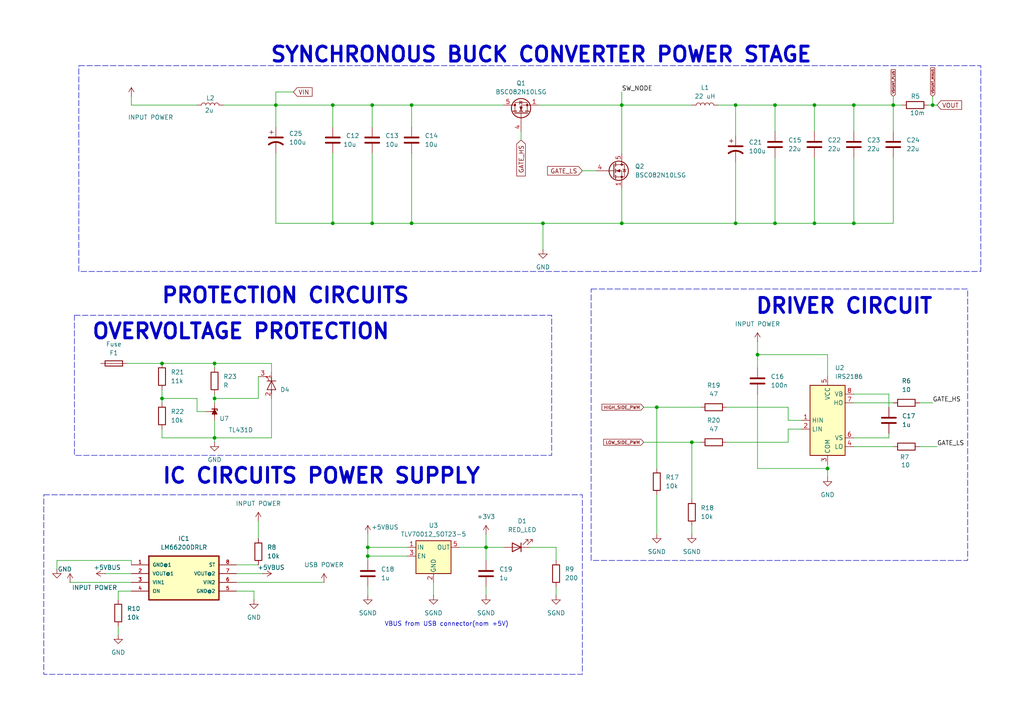
<source format=kicad_sch>
(kicad_sch (version 20250114) (generator "eeschema") (generator_version "9.0")
  (paper "A4")
  (title_block (title "Power Stage Section") (date "2025-12-31"))
  (lib_symbols
    (symbol "Device:C" (pin_numbers (hide yes)) (pin_names (offset 0.254))
      (property "Reference" "C" (at 0.635 2.54 0))
      (property "Value" "C" (at 0.635 -2.54 0))
      (symbol "C_0_1"
        (polyline (pts (xy -2.032 0.762) (xy 2.032 0.762)) (stroke (width 0.508)))
        (polyline (pts (xy -2.032 -0.762) (xy 2.032 -0.762)) (stroke (width 0.508)))
      )
      (symbol "C_1_1"
        (pin passive line (at 0 3.81 270) (length 2.794) (name "~") (number "1"))
        (pin passive line (at 0 -3.81 90) (length 2.794) (name "~") (number "2"))
      )
    )
    (symbol "Device:C_Polarized_US" (pin_numbers (hide yes)) (pin_names (offset 0.254) (hide yes))
      (property "Reference" "C" (at 0.635 2.54 0))
      (property "Value" "C_Polarized_US" (at 0.635 -2.54 0))
      (symbol "C_Polarized_US_0_1"
        (polyline (pts (xy -2.032 0.762) (xy 2.032 0.762)) (stroke (width 0.508)))
        (polyline (pts (xy -1.778 2.286) (xy -0.762 2.286)))
        (polyline (pts (xy -1.27 1.778) (xy -1.27 2.794)))
        (arc (start -2.032 -1.27) (mid 0 -0.5572) (end 2.032 -1.27) (stroke (width 0.508)))
      )
      (symbol "C_Polarized_US_1_1"
        (pin passive line (at 0 3.81 270) (length 2.794) (name "~") (number "1"))
        (pin passive line (at 0 -3.81 90) (length 3.302) (name "~") (number "2"))
      )
    )
    (symbol "Device:Fuse" (pin_numbers (hide yes)) (pin_names (offset 0))
      (property "Reference" "F" (at 2.032 0 90))
      (property "Value" "Fuse" (at -1.905 0 90))
      (symbol "Fuse_0_1"
        (rectangle (start -0.762 -2.54) (end 0.762 2.54) (stroke (width 0.254)))
        (polyline (pts (xy 0 2.54) (xy 0 -2.54)))
      )
      (symbol "Fuse_1_1"
        (pin passive line (at 0 3.81 270) (length 1.27) (name "~") (number "1"))
        (pin passive line (at 0 -3.81 90) (length 1.27) (name "~") (number "2"))
      )
    )
    (symbol "Device:L" (pin_numbers (hide yes)) (pin_names (offset 1.016) (hide yes))
      (property "Reference" "L" (at -1.27 0 90))
      (property "Value" "L" (at 1.905 0 90))
      (symbol "L_0_1"
        (arc (start 0 2.54) (mid 0.6323 1.905) (end 0 1.27))
        (arc (start 0 1.27) (mid 0.6323 0.635) (end 0 0))
        (arc (start 0 0) (mid 0.6323 -0.635) (end 0 -1.27))
        (arc (start 0 -1.27) (mid 0.6323 -1.905) (end 0 -2.54))
      )
      (symbol "L_1_1"
        (pin passive line (at 0 3.81 270) (length 1.27) (name "1") (number "1"))
        (pin passive line (at 0 -3.81 90) (length 1.27) (name "2") (number "2"))
      )
    )
    (symbol "Device:LED" (pin_numbers (hide yes)) (pin_names (offset 1.016) (hide yes))
      (property "Reference" "D" (at 0 2.54 0))
      (property "Value" "LED" (at 0 -2.54 0))
      (symbol "LED_0_1"
        (polyline (pts (xy -3.048 -0.762) (xy -4.572 -2.286) (xy -3.81 -2.286) (xy -4.572 -2.286) (xy -4.572 -1.524)))
        (polyline (pts (xy -1.778 -0.762) (xy -3.302 -2.286) (xy -2.54 -2.286) (xy -3.302 -2.286) (xy -3.302 -1.524)))
        (polyline (pts (xy -1.27 0) (xy 1.27 0)))
        (polyline (pts (xy -1.27 -1.27) (xy -1.27 1.27)) (stroke (width 0.254)))
        (polyline (pts (xy 1.27 -1.27) (xy 1.27 1.27) (xy -1.27 0) (xy 1.27 -1.27)) (stroke (width 0.254)))
      )
      (symbol "LED_1_1"
        (pin passive line (at -3.81 0 0) (length 2.54) (name "K") (number "1"))
        (pin passive line (at 3.81 0 180) (length 2.54) (name "A") (number "2"))
      )
    )
    (symbol "Device:Q_SCR_KAG" (pin_names (offset 0) (hide yes))
      (property "Reference" "D" (at 1.905 0.635 0))
      (property "Value" "Q_SCR_KAG" (at 1.905 -1.27 0))
      (symbol "Q_SCR_KAG_0_1"
        (polyline (pts (xy -1.27 1.27) (xy 1.27 1.27) (xy 0 -1.27) (xy -1.27 1.27)) (stroke (width 0.2032)))
        (polyline (pts (xy -1.27 -1.27) (xy 1.27 -1.27)) (stroke (width 0.2032)))
        (polyline (pts (xy -1.27 -2.54) (xy -0.635 -1.27)))
        (polyline (pts (xy 0 -2.54) (xy 0 2.54)))
      )
      (symbol "Q_SCR_KAG_1_1"
        (pin input line (at -3.81 -2.54 0) (length 2.54) (name "G") (number "3"))
        (pin passive line (at 0 3.81 270) (length 2.54) (name "A") (number "2"))
        (pin passive line (at 0 -3.81 90) (length 2.54) (name "K") (number "1"))
      )
    )
    (symbol "Device:R" (pin_numbers (hide yes)) (pin_names (offset 0))
      (property "Reference" "R" (at 2.032 0 90))
      (property "Value" "R" (at 0 0 90))
      (symbol "R_0_1"
        (rectangle (start -1.016 -2.54) (end 1.016 2.54) (stroke (width 0.254)))
      )
      (symbol "R_1_1"
        (pin passive line (at 0 3.81 270) (length 1.27) (name "~") (number "1"))
        (pin passive line (at 0 -3.81 90) (length 1.27) (name "~") (number "2"))
      )
    )
    (symbol "Driver_FET:IRS2186"
      (property "Reference" "U" (at 1.27 13.335 0))
      (property "Value" "IRS2186" (at 1.27 11.43 0))
      (symbol "IRS2186_0_1"
        (rectangle (start -5.08 -10.16) (end 5.08 10.16) (stroke (width 0.254)) (fill (type background)))
      )
      (symbol "IRS2186_1_1"
        (pin input line (at -7.62 0 0) (length 2.54) (name "HIN") (number "1"))
        (pin input line (at -7.62 -2.54 0) (length 2.54) (name "LIN") (number "2"))
        (pin power_in line (at 0 12.7 270) (length 2.54) (name "VCC") (number "5"))
        (pin power_in line (at 0 -12.7 90) (length 2.54) (name "COM") (number "3"))
        (pin passive line (at 7.62 7.62 180) (length 2.54) (name "VB") (number "8"))
        (pin output line (at 7.62 5.08 180) (length 2.54) (name "HO") (number "7"))
        (pin passive line (at 7.62 -5.08 180) (length 2.54) (name "VS") (number "6"))
        (pin output line (at 7.62 -7.62 180) (length 2.54) (name "LO") (number "4"))
      )
    )
    (symbol "LM66200DRLR:LM66200DRLR" (pin_names (offset 1.016))
      (property "Reference" "IC" (at -10.16 8.255 0))
      (property "Value" "LM66200DRLR" (at -10.16 -7.62 0))
      (symbol "LM66200DRLR_0_0"
        (rectangle (start -10.16 -5.08) (end 10.16 7.62) (stroke (width 0.4064)) (fill (type background)))
        (pin passive line (at -15.24 5.08 0) (length 5.08) (name "GND@1") (number "1"))
        (pin passive line (at -15.24 2.54 0) (length 5.08) (name "VOUT@1") (number "2"))
        (pin passive line (at -15.24 0 0) (length 5.08) (name "VIN1") (number "3"))
        (pin passive line (at -15.24 -2.54 0) (length 5.08) (name "ON") (number "4"))
        (pin passive line (at 15.24 5.08 180) (length 5.08) (name "ST") (number "8"))
        (pin passive line (at 15.24 2.54 180) (length 5.08) (name "VOUT@2") (number "7"))
        (pin passive line (at 15.24 0 180) (length 5.08) (name "VIN2") (number "6"))
        (pin passive line (at 15.24 -2.54 180) (length 5.08) (name "GND@2") (number "5"))
      )
    )
    (symbol "Reference_Voltage:TL431D" (pin_numbers (hide yes)) (pin_names (hide yes))
      (property "Reference" "U" (at 0 -2.54 0))
      (property "Value" "TL431D" (at 0 -4.445 0))
      (symbol "TL431D_0_1"
        (polyline (pts (xy -1.27 0) (xy 0 0) (xy 1.27 0)))
        (polyline (pts (xy -0.762 -0.762) (xy -0.762 0.762) (xy -0.762 0.762) (xy 0.762 0) (xy -0.762 -0.762)) (fill (type outline)))
        (polyline (pts (xy 0.254 -0.762) (xy 0.762 -0.762) (xy 0.762 0.762) (xy 0.762 0.762)) (stroke (width 0.254)))
      )
      (symbol "TL431D_1_1"
        (polyline (pts (xy 0 1.27) (xy 0 0)))
        (pin passive line (at -2.54 0 0) (length 2.54) (name "A") (number "2"))
        (pin passive line (at -2.54 0 0) (length 2.54) (hide yes) (name "A") (number "3"))
        (pin passive line (at -2.54 0 0) (length 2.54) (hide yes) (name "A") (number "6"))
        (pin passive line (at -2.54 0 0) (length 2.54) (hide yes) (name "A") (number "7"))
        (pin passive line (at 0 2.54 270) (length 2.54) (name "REF") (number "8"))
        (pin passive line (at 2.54 0 180) (length 2.54) (name "K") (number "1"))
      )
    )
    (symbol "Regulator_Linear:TLV70012_SOT23-5" (pin_names (offset 0.254))
      (property "Reference" "U" (at -3.81 5.715 0))
      (property "Value" "TLV70012_SOT23-5" (at 0 5.715 0))
      (symbol "TLV70012_SOT23-5_0_1"
        (rectangle (start -5.08 4.445) (end 5.08 -5.08) (stroke (width 0.254)) (fill (type background)))
      )
      (symbol "TLV70012_SOT23-5_1_1"
        (pin power_in line (at -7.62 2.54 0) (length 2.54) (name "IN") (number "1"))
        (pin input line (at -7.62 0 0) (length 2.54) (name "EN") (number "3"))
        (pin power_in line (at 0 -7.62 90) (length 2.54) (name "GND") (number "2"))
        (pin no_connect line (at 5.08 0 180) (length 2.54) (hide yes) (name "NC") (number "4"))
        (pin power_out line (at 7.62 2.54 180) (length 2.54) (name "OUT") (number "5"))
      )
    )
    (symbol "Transistor_FET:BSC082N10LSG" (pin_names (hide yes))
      (property "Reference" "Q" (at 5.08 1.905 0))
      (property "Value" "BSC082N10LSG" (at 5.08 0 0))
      (symbol "BSC082N10LSG_0_1"
        (polyline (pts (xy 0.254 1.905) (xy 0.254 -1.905)) (stroke (width 0.254)))
        (polyline (pts (xy 0.254 0) (xy -2.54 0)))
        (polyline (pts (xy 0.762 2.286) (xy 0.762 1.27)) (stroke (width 0.254)))
        (polyline (pts (xy 0.762 0.508) (xy 0.762 -0.508)) (stroke (width 0.254)))
        (polyline (pts (xy 0.762 -1.27) (xy 0.762 -2.286)) (stroke (width 0.254)))
        (polyline (pts (xy 0.762 -1.778) (xy 3.302 -1.778) (xy 3.302 1.778) (xy 0.762 1.778)))
        (polyline (pts (xy 1.016 0) (xy 2.032 0.381) (xy 2.032 -0.381) (xy 1.016 0)) (fill (type outline)))
        (circle (center 1.651 0) (radius 2.794) (stroke (width 0.254)))
        (polyline (pts (xy 2.54 2.54) (xy 2.54 1.778)))
        (circle (center 2.54 1.778) (radius 0.254) (fill (type outline)))
        (circle (center 2.54 -1.778) (radius 0.254) (fill (type outline)))
        (polyline (pts (xy 2.54 -2.54) (xy 2.54 0) (xy 0.762 0)))
        (polyline (pts (xy 2.794 0.508) (xy 2.921 0.381) (xy 3.683 0.381) (xy 3.81 0.254)))
        (polyline (pts (xy 3.302 0.381) (xy 2.921 -0.254) (xy 3.683 -0.254) (xy 3.302 0.381)))
      )
      (symbol "BSC082N10LSG_1_1"
        (pin passive line (at -5.08 0 0) (length 2.54) (name "G") (number "4"))
        (pin passive line (at 2.54 5.08 270) (length 2.54) (name "D") (number "5"))
        (pin passive line (at 2.54 -5.08 90) (length 2.54) (name "S") (number "1"))
        (pin passive line (at 2.54 -5.08 90) (length 2.54) (hide yes) (name "S") (number "2"))
        (pin passive line (at 2.54 -5.08 90) (length 2.54) (hide yes) (name "S") (number "3"))
      )
    )
    (symbol "power:+12V" (power) (pin_numbers (hide yes)) (pin_names (offset 0) (hide yes))
      (property "Value" "+12V" (at 0 3.556 0))
      (symbol "+12V_0_1"
        (polyline (pts (xy -0.762 1.27) (xy 0 2.54)))
        (polyline (pts (xy 0 2.54) (xy 0.762 1.27)))
        (polyline (pts (xy 0 0) (xy 0 2.54)))
      )
      (symbol "+12V_1_1"
        (pin power_in line (at 0 0 90) (length 0) (name "~") (number "1"))
      )
    )
    (symbol "power:+3V3" (power) (pin_numbers (hide yes)) (pin_names (offset 0) (hide yes))
      (property "Value" "+3V3" (at 0 3.556 0))
      (symbol "+3V3_0_1"
        (polyline (pts (xy -0.762 1.27) (xy 0 2.54)))
        (polyline (pts (xy 0 2.54) (xy 0.762 1.27)))
        (polyline (pts (xy 0 0) (xy 0 2.54)))
      )
      (symbol "+3V3_1_1"
        (pin power_in line (at 0 0 90) (length 0) (name "~") (number "1"))
      )
    )
    (symbol "power:+5V" (power) (pin_numbers (hide yes)) (pin_names (offset 0) (hide yes))
      (property "Value" "+5V" (at 0 3.556 0))
      (symbol "+5V_0_1"
        (polyline (pts (xy -0.762 1.27) (xy 0 2.54)))
        (polyline (pts (xy 0 2.54) (xy 0.762 1.27)))
        (polyline (pts (xy 0 0) (xy 0 2.54)))
      )
      (symbol "+5V_1_1"
        (pin power_in line (at 0 0 90) (length 0) (name "~") (number "1"))
      )
    )
    (symbol "power:GND" (power) (pin_numbers (hide yes)) (pin_names (offset 0) (hide yes))
      (property "Value" "GND" (at 0 -3.81 0))
      (symbol "GND_0_1"
        (polyline (pts (xy 0 0) (xy 0 -1.27) (xy 1.27 -1.27) (xy 0 -2.54) (xy -1.27 -1.27) (xy 0 -1.27)))
      )
      (symbol "GND_1_1"
        (pin power_in line (at 0 0 270) (length 0) (name "~") (number "1"))
      )
    )
  )
  (rectangle (start 171.45 83.82) (end 280.67 162.56) (stroke (width 0) (type dash)))
  (rectangle (start 21.59 91.44) (end 160.02 132.08) (stroke (width 0) (type dash)))
  (rectangle (start 12.7 143.51) (end 168.91 195.58) (stroke (width 0) (type dash)))
  (rectangle (start 22.86 19.05) (end 284.48 78.74) (stroke (width 0) (type dash)))
  (text "OVERVOLTAGE PROTECTION\n" (at 69.85 96.266 0) (effects (font (size 4.318 4.318) (thickness 0.8636) (bold yes))))
  (text "IC CIRCUITS POWER SUPPLY\n" (at 93.218 138.176 0) (effects (font (size 4.318 4.318) (thickness 0.8636) (bold yes))))
  (text "DRIVER CIRCUIT\n" (at 244.856 88.9 0) (effects (font (size 4.318 4.318) (thickness 0.8636) (bold yes))))
  (text "VBUS from USB connector(nom +5V)\n\n" (at 129.54 182.118 0) (effects (font (size 1.27 1.27))))
  (text "SYNCHRONOUS BUCK CONVERTER POWER STAGE" (at 156.972 16.002 0) (effects (font (size 4.318 4.318) (thickness 0.8636) (bold yes))))
  (text "PROTECTION CIRCUITS\n" (at 82.804 85.852 0) (effects (font (size 4.318 4.318) (thickness 0.8636) (bold yes))))
  (junction (at 224.79 64.77))
  (junction (at 180.34 30.48))
  (junction (at 96.52 64.77))
  (junction (at 119.38 64.77))
  (junction (at 247.65 64.77))
  (junction (at 213.36 30.48))
  (junction (at 219.71 102.87))
  (junction (at 46.99 115.57))
  (junction (at 190.5 118.11))
  (junction (at 270.51 30.48))
  (junction (at 107.95 64.77))
  (junction (at 107.95 30.48))
  (junction (at 140.97 158.75))
  (junction (at 46.99 105.41))
  (junction (at 96.52 30.48))
  (junction (at 62.23 127))
  (junction (at 157.48 64.77))
  (junction (at 80.01 30.48))
  (junction (at 224.79 30.48))
  (junction (at 247.65 30.48))
  (junction (at 62.23 115.57))
  (junction (at 62.23 105.41))
  (junction (at 236.22 64.77))
  (junction (at 236.22 30.48))
  (junction (at 106.68 161.29))
  (junction (at 240.03 135.89))
  (junction (at 180.34 64.77))
  (junction (at 106.68 158.75))
  (junction (at 119.38 30.48))
  (junction (at 259.08 30.48))
  (junction (at 200.66 128.27))
  (junction (at 213.36 64.77))
  (wire (pts (xy 228.6 124.46) (xy 232.41 124.46)))
  (wire (pts (xy 96.52 64.77) (xy 107.95 64.77)))
  (wire (pts (xy 213.36 46.99) (xy 213.36 64.77)))
  (wire (pts (xy 247.65 30.48) (xy 259.08 30.48)))
  (wire (pts (xy 46.99 113.03) (xy 46.99 115.57)))
  (wire (pts (xy 68.58 163.83) (xy 74.93 163.83)))
  (wire (pts (xy 266.7 116.84) (xy 270.51 116.84)))
  (wire (pts (xy 62.23 115.57) (xy 62.23 116.84)))
  (wire (pts (xy 68.58 168.91) (xy 93.98 168.91)))
  (wire (pts (xy 140.97 158.75) (xy 140.97 162.56)))
  (wire (pts (xy 157.48 64.77) (xy 157.48 72.39)))
  (wire (pts (xy 107.95 64.77) (xy 119.38 64.77)))
  (wire (pts (xy 107.95 36.83) (xy 107.95 30.48)))
  (wire (pts (xy 34.29 171.45) (xy 34.29 173.99)))
  (wire (pts (xy 247.65 129.54) (xy 259.08 129.54)))
  (wire (pts (xy 107.95 44.45) (xy 107.95 64.77)))
  (wire (pts (xy 219.71 135.89) (xy 240.03 135.89)))
  (wire (pts (xy 106.68 161.29) (xy 106.68 162.56)))
  (wire (pts (xy 68.58 171.45) (xy 73.66 171.45)))
  (wire (pts (xy 266.7 129.54) (xy 271.78 129.54)))
  (wire (pts (xy 259.08 64.77) (xy 247.65 64.77)))
  (wire (pts (xy 213.36 64.77) (xy 224.79 64.77)))
  (wire (pts (xy 219.71 99.06) (xy 219.71 102.87)))
  (wire (pts (xy 228.6 128.27) (xy 228.6 124.46)))
  (wire (pts (xy 270.51 30.48) (xy 271.78 30.48)))
  (wire (pts (xy 140.97 154.94) (xy 140.97 158.75)))
  (wire (pts (xy 68.58 166.37) (xy 76.2 166.37)))
  (wire (pts (xy 259.08 30.48) (xy 259.08 38.1)))
  (wire (pts (xy 96.52 44.45) (xy 96.52 64.77)))
  (wire (pts (xy 224.79 30.48) (xy 224.79 38.1)))
  (wire (pts (xy 119.38 44.45) (xy 119.38 64.77)))
  (wire (pts (xy 247.65 64.77) (xy 236.22 64.77)))
  (wire (pts (xy 228.6 121.92) (xy 232.41 121.92)))
  (wire (pts (xy 247.65 127) (xy 257.81 127)))
  (wire (pts (xy 180.34 54.61) (xy 180.34 64.77)))
  (wire (pts (xy 213.36 30.48) (xy 213.36 39.37)))
  (wire (pts (xy 219.71 114.3) (xy 219.71 135.89)))
  (wire (pts (xy 210.82 118.11) (xy 228.6 118.11)))
  (wire (pts (xy 16.51 162.56) (xy 38.1 162.56)))
  (wire (pts (xy 62.23 121.92) (xy 62.23 127)))
  (wire (pts (xy 210.82 128.27) (xy 228.6 128.27)))
  (wire (pts (xy 125.73 168.91) (xy 125.73 172.72)))
  (wire (pts (xy 16.51 162.56) (xy 16.51 165.1)))
  (wire (pts (xy 259.08 30.48) (xy 261.62 30.48)))
  (wire (pts (xy 224.79 45.72) (xy 224.79 64.77)))
  (wire (pts (xy 118.11 161.29) (xy 106.68 161.29)))
  (wire (pts (xy 46.99 124.46) (xy 46.99 127)))
  (wire (pts (xy 180.34 64.77) (xy 213.36 64.77)))
  (wire (pts (xy 46.99 115.57) (xy 46.99 116.84)))
  (wire (pts (xy 200.66 128.27) (xy 200.66 144.78)))
  (wire (pts (xy 74.93 109.22) (xy 74.93 115.57)))
  (wire (pts (xy 236.22 45.72) (xy 236.22 64.77)))
  (wire (pts (xy 80.01 26.67) (xy 80.01 30.48)))
  (wire (pts (xy 208.28 30.48) (xy 213.36 30.48)))
  (wire (pts (xy 213.36 30.48) (xy 224.79 30.48)))
  (wire (pts (xy 46.99 105.41) (xy 62.23 105.41)))
  (wire (pts (xy 38.1 30.48) (xy 57.15 30.48)))
  (wire (pts (xy 20.32 168.91) (xy 38.1 168.91)))
  (wire (pts (xy 140.97 170.18) (xy 140.97 172.72)))
  (wire (pts (xy 200.66 128.27) (xy 203.2 128.27)))
  (wire (pts (xy 96.52 36.83) (xy 96.52 30.48)))
  (wire (pts (xy 257.81 114.3) (xy 257.81 118.11)))
  (wire (pts (xy 224.79 30.48) (xy 236.22 30.48)))
  (wire (pts (xy 257.81 125.73) (xy 257.81 127)))
  (wire (pts (xy 240.03 135.89) (xy 240.03 138.43)))
  (wire (pts (xy 73.66 171.45) (xy 73.66 173.99)))
  (wire (pts (xy 118.11 158.75) (xy 106.68 158.75)))
  (wire (pts (xy 62.23 127) (xy 62.23 128.27)))
  (wire (pts (xy 186.69 128.27) (xy 200.66 128.27)))
  (wire (pts (xy 240.03 134.62) (xy 240.03 135.89)))
  (wire (pts (xy 38.1 162.56) (xy 38.1 163.83)))
  (wire (pts (xy 119.38 30.48) (xy 119.38 36.83)))
  (wire (pts (xy 62.23 105.41) (xy 78.74 105.41)))
  (wire (pts (xy 180.34 30.48) (xy 180.34 44.45)))
  (wire (pts (xy 146.05 30.48) (xy 119.38 30.48)))
  (wire (pts (xy 62.23 127) (xy 78.74 127)))
  (wire (pts (xy 190.5 118.11) (xy 190.5 135.89)))
  (wire (pts (xy 224.79 64.77) (xy 236.22 64.77)))
  (wire (pts (xy 157.48 64.77) (xy 180.34 64.77)))
  (wire (pts (xy 186.69 118.11) (xy 190.5 118.11)))
  (wire (pts (xy 153.67 158.75) (xy 161.29 158.75)))
  (wire (pts (xy 156.21 30.48) (xy 180.34 30.48)))
  (wire (pts (xy 168.91 49.53) (xy 172.72 49.53)))
  (wire (pts (xy 106.68 170.18) (xy 106.68 172.72)))
  (wire (pts (xy 269.24 30.48) (xy 270.51 30.48)))
  (wire (pts (xy 80.01 44.45) (xy 80.01 64.77)))
  (wire (pts (xy 219.71 102.87) (xy 240.03 102.87)))
  (wire (pts (xy 161.29 170.18) (xy 161.29 172.72)))
  (wire (pts (xy 30.48 166.37) (xy 38.1 166.37)))
  (wire (pts (xy 62.23 114.3) (xy 62.23 115.57)))
  (wire (pts (xy 80.01 30.48) (xy 80.01 36.83)))
  (wire (pts (xy 228.6 118.11) (xy 228.6 121.92)))
  (wire (pts (xy 46.99 127) (xy 62.23 127)))
  (wire (pts (xy 74.93 151.13) (xy 74.93 156.21)))
  (wire (pts (xy 106.68 154.94) (xy 106.68 158.75)))
  (wire (pts (xy 36.83 105.41) (xy 46.99 105.41)))
  (wire (pts (xy 64.77 30.48) (xy 80.01 30.48)))
  (wire (pts (xy 236.22 30.48) (xy 236.22 38.1)))
  (wire (pts (xy 78.74 127) (xy 78.74 115.57)))
  (wire (pts (xy 80.01 64.77) (xy 96.52 64.77)))
  (wire (pts (xy 140.97 158.75) (xy 146.05 158.75)))
  (wire (pts (xy 57.15 119.38) (xy 59.69 119.38)))
  (wire (pts (xy 46.99 115.57) (xy 57.15 115.57)))
  (wire (pts (xy 38.1 27.94) (xy 38.1 30.48)))
  (wire (pts (xy 200.66 152.4) (xy 200.66 154.94)))
  (wire (pts (xy 161.29 158.75) (xy 161.29 162.56)))
  (wire (pts (xy 190.5 118.11) (xy 203.2 118.11)))
  (wire (pts (xy 219.71 102.87) (xy 219.71 106.68)))
  (wire (pts (xy 180.34 26.67) (xy 180.34 30.48)))
  (wire (pts (xy 107.95 30.48) (xy 119.38 30.48)))
  (wire (pts (xy 259.08 27.94) (xy 259.08 30.48)))
  (wire (pts (xy 247.65 116.84) (xy 259.08 116.84)))
  (wire (pts (xy 151.13 38.1) (xy 151.13 40.64)))
  (wire (pts (xy 119.38 64.77) (xy 157.48 64.77)))
  (wire (pts (xy 270.51 27.94) (xy 270.51 30.48)))
  (wire (pts (xy 247.65 45.72) (xy 247.65 64.77)))
  (wire (pts (xy 96.52 30.48) (xy 80.01 30.48)))
  (wire (pts (xy 247.65 114.3) (xy 257.81 114.3)))
  (wire (pts (xy 247.65 30.48) (xy 247.65 38.1)))
  (wire (pts (xy 96.52 30.48) (xy 107.95 30.48)))
  (wire (pts (xy 106.68 158.75) (xy 106.68 161.29)))
  (wire (pts (xy 200.66 30.48) (xy 180.34 30.48)))
  (wire (pts (xy 78.74 105.41) (xy 78.74 107.95)))
  (wire (pts (xy 236.22 30.48) (xy 247.65 30.48)))
  (wire (pts (xy 259.08 45.72) (xy 259.08 64.77)))
  (wire (pts (xy 240.03 102.87) (xy 240.03 109.22)))
  (wire (pts (xy 190.5 143.51) (xy 190.5 154.94)))
  (wire (pts (xy 62.23 105.41) (xy 62.23 106.68)))
  (wire (pts (xy 74.93 115.57) (xy 62.23 115.57)))
  (wire (pts (xy 85.09 26.67) (xy 80.01 26.67)))
  (wire (pts (xy 57.15 115.57) (xy 57.15 119.38)))
  (wire (pts (xy 38.1 171.45) (xy 34.29 171.45)))
  (wire (pts (xy 34.29 181.61) (xy 34.29 184.15)))
  (wire (pts (xy 133.35 158.75) (xy 140.97 158.75)))
  (label "GATE_HS" (at 270.51 116.84 0))
  (label "SW_NODE" (at 180.34 26.67 0))
  (label "GATE_LS" (at 271.78 129.54 0))
  (global_label "VSHUNT_MINUS" (shape input) (at 270.51 27.94 90) (effects (font (size 0.635 0.635))) (property "Intersheetrefs" "${INTERSHEET_REFS}" (effects (hide yes))))
  (global_label "GATE_HS" (shape input) (at 151.13 40.64 270) (property "Intersheetrefs" "${INTERSHEET_REFS}" (effects (hide yes))))
  (global_label "LOW_SIDE_PWM" (shape input) (at 186.69 128.27 180) (effects (font (size 0.889 0.889))) (property "Intersheetrefs" "${INTERSHEET_REFS}" (effects (hide yes))))
  (global_label "VIN" (shape input) (at 85.09 26.67 0) (property "Intersheetrefs" "${INTERSHEET_REFS}" (effects (hide yes))))
  (global_label "GATE_LS" (shape input) (at 168.91 49.53 180) (property "Intersheetrefs" "${INTERSHEET_REFS}" (effects (hide yes))))
  (global_label "HIGH_SIDE_PWM" (shape input) (at 186.69 118.11 180) (effects (font (size 0.889 0.889))) (property "Intersheetrefs" "${INTERSHEET_REFS}" (effects (hide yes))))
  (global_label "VSHUNT_PLUS" (shape input) (at 259.08 27.94 90) (effects (font (size 0.635 0.635))) (property "Intersheetrefs" "${INTERSHEET_REFS}" (effects (hide yes))))
  (global_label "VOUT" (shape input) (at 271.78 30.48 0) (property "Intersheetrefs" "${INTERSHEET_REFS}" (effects (hide yes))))
  (symbol (lib_id "Device:C") (at 236.22 41.91 0) (unit 1)
    (property "Reference" "C22" (at 240.03 40.6399 0) (effects (justify left)))
    (property "Value" "22u" (at 240.03 43.1799 0) (effects (justify left)))
    (property "Footprint" "Capacitor_SMD:C_0603_1608Metric_Pad1.08x0.95mm_HandSolder" (effects (hide yes)))
    (property "Description" "Unpolarized capacitor" (effects (hide yes)))
    (property "Distributor Link" "https://www.digikey.es/en/products/detail/samsung-electro-mechanics/CL10A226MP8NUNE/3886932" (effects (hide yes)))
  )
  (symbol (lib_id "Transistor_FET:BSC082N10LSG") (at 151.13 33.02 90) (unit 1)
    (property "Reference" "Q1" (at 151.13 24.13 90))
    (property "Value" "BSC082N10LSG" (at 151.13 26.67 90))
    (property "Footprint" "Package_TO_SOT_SMD:TDSON-8-1" (effects (hide yes)))
    (property "Datasheet" "http://www.infineon.com/dgdl/Infineon-BSC082N10LS-DS-v01_07-en.pdf?fileId=db3a3043163797a6011647faad240719" (effects (hide yes)))
    (property "Description" "100A Id, 100V Vds, OptiMOS N-Channel Power MOSFET, 8.2mOhm Ron, Qg (typ) 78.0nC, PG-TDSON-8" (effects (hide yes)))
  )
  (symbol (lib_id "Device:R") (at 262.89 116.84 90) (unit 1)
    (property "Reference" "R6" (at 262.89 110.49 90))
    (property "Value" "10" (at 262.89 113.03 90))
    (property "Footprint" "Resistor_SMD:R_0805_2012Metric_Pad1.20x1.40mm_HandSolder" (effects (hide yes)))
    (property "Description" "Resistor" (effects (hide yes)))
    (property "Distributor link" "https://www.digikey.es/en/products/detail/panasonic-electronic-components/ERJ-6ENF10R0V/110893" (effects (hide yes)))
  )
  (symbol (lib_id "Device:C") (at 140.97 166.37 0) (unit 1)
    (property "Reference" "C19" (at 144.78 165.0999 0) (effects (justify left)))
    (property "Value" "1u" (at 144.78 167.6399 0) (effects (justify left)))
    (property "Footprint" "Capacitor_SMD:C_0603_1608Metric" (effects (hide yes)))
    (property "Description" "Unpolarized capacitor" (effects (hide yes)))
    (property "Distributor Link" "https://www.digikey.es/en/products/detail/kemet/C0603C105K4RACTU/2199788" (effects (hide yes)))
  )
  (symbol (lib_id "Device:C") (at 107.95 40.64 0) (unit 1)
    (property "Reference" "C13" (at 111.76 39.3699 0) (effects (justify left)))
    (property "Value" "10u" (at 111.76 41.9099 0) (effects (justify left)))
    (property "Footprint" "Capacitor_SMD:C_0603_1608Metric_Pad1.08x0.95mm_HandSolder" (effects (hide yes)))
    (property "Description" "Unpolarized capacitor" (effects (hide yes)))
    (property "Distributor Link" "https://www.digikey.es/en/products/detail/murata-electronics/GRM188R6YA106MA73D/5877411" (effects (hide yes)))
  )
  (symbol (lib_id "power:GND") (at 157.48 72.39 0) (unit 1)
    (property "Reference" "#PWR022" (effects (hide yes)))
    (property "Value" "GND" (at 157.48 77.47 0))
    (property "Description" "Power symbol creates a global label with name \"GND\" , ground" (effects (hide yes)))
  )
  (symbol (lib_id "Device:R") (at 46.99 120.65 0) (unit 1)
    (property "Reference" "R22" (at 49.53 119.3799 0) (effects (justify left)))
    (property "Value" "10k" (at 49.53 121.9199 0) (effects (justify left)))
    (property "Description" "Resistor" (effects (hide yes)))
    (property "Distributor Link" "https://www.digikey.es/es/products/detail/yageo/RC0603FR-0710KL/726880" (effects (hide yes)))
  )
  (symbol (lib_id "Device:R") (at 190.5 139.7 0) (unit 1)
    (property "Reference" "R17" (at 193.04 138.4299 0) (effects (justify left)))
    (property "Value" "10k" (at 193.04 140.9699 0) (effects (justify left)))
    (property "Footprint" "Resistor_SMD:R_0603_1608Metric_Pad0.98x0.95mm_HandSolder" (effects (hide yes)))
    (property "Description" "Resistor" (effects (hide yes)))
    (property "Distributor Link" "https://www.digikey.es/en/products/detail/yageo/RC0603FR-0710KL/726880" (effects (hide yes)))
  )
  (symbol (lib_id "Device:R") (at 207.01 118.11 90) (unit 1)
    (property "Reference" "R19" (at 207.01 111.76 90))
    (property "Value" "47" (at 207.01 114.3 90))
    (property "Footprint" "Resistor_SMD:R_0402_1005Metric_Pad0.72x0.64mm_HandSolder" (effects (hide yes)))
    (property "Description" "Resistor" (effects (hide yes)))
    (property "Distributor Link" "https://www.digikey.es/en/products/detail/panasonic-electronic-components/ERA-2AEB470X/1705973" (effects (hide yes)))
  )
  (symbol (lib_id "power:GND") (at 240.03 138.43 0) (unit 1)
    (property "Reference" "#PWR024" (effects (hide yes)))
    (property "Value" "GND" (at 240.03 143.51 0))
    (property "Description" "Power symbol creates a global label with name \"GND\" , ground" (effects (hide yes)))
  )
  (symbol (lib_id "Device:C") (at 106.68 166.37 0) (unit 1)
    (property "Reference" "C18" (at 110.49 165.0999 0) (effects (justify left)))
    (property "Value" "1u" (at 110.49 167.6399 0) (effects (justify left)))
    (property "Footprint" "Capacitor_SMD:C_0603_1608Metric" (effects (hide yes)))
    (property "Description" "Unpolarized capacitor" (effects (hide yes)))
    (property "Distributor Link" "https://www.digikey.es/en/products/detail/kemet/C0603C105K4RACTU/2199788" (effects (hide yes)))
  )
  (symbol (lib_id "Device:C") (at 224.79 41.91 0) (unit 1)
    (property "Reference" "C15" (at 228.6 40.6399 0) (effects (justify left)))
    (property "Value" "22u" (at 228.6 43.1799 0) (effects (justify left)))
    (property "Footprint" "Capacitor_SMD:C_0603_1608Metric_Pad1.08x0.95mm_HandSolder" (effects (hide yes)))
    (property "Description" "Unpolarized capacitor" (effects (hide yes)))
    (property "Distributor Link" "https://www.digikey.es/en/products/detail/samsung-electro-mechanics/CL10A226MP8NUNE/3886932" (effects (hide yes)))
  )
  (symbol (lib_id "power:+12V") (at 93.98 168.91 0) (unit 1)
    (property "Reference" "#PWR032" (effects (hide yes)))
    (property "Value" "USB POWER" (at 93.98 163.83 0))
    (property "Description" "Power symbol creates a global label with name \"+12V\"" (effects (hide yes)))
  )
  (symbol (lib_id "Device:R") (at 34.29 177.8 0) (unit 1)
    (property "Reference" "R10" (at 36.83 176.5299 0) (effects (justify left)))
    (property "Value" "10k" (at 36.83 179.0699 0) (effects (justify left)))
    (property "Footprint" "Resistor_SMD:R_0603_1608Metric_Pad0.98x0.95mm_HandSolder" (effects (hide yes)))
    (property "Description" "Resistor" (effects (hide yes)))
  )
  (symbol (lib_id "power:+5V") (at 76.2 166.37 270) (unit 1)
    (property "Reference" "#PWR030" (effects (hide yes)))
    (property "Value" "+5VBUS" (at 74.676 164.592 90) (effects (justify left)))
    (property "Description" "Power symbol creates a global label with name \"+5V\"" (effects (hide yes)))
  )
  (symbol (lib_id "power:GND") (at 73.66 173.99 0) (unit 1)
    (property "Reference" "#PWR037" (effects (hide yes)))
    (property "Value" "GND" (at 73.66 179.07 0))
    (property "Description" "Power symbol creates a global label with name \"GND\" , ground" (effects (hide yes)))
  )
  (symbol (lib_id "Device:L") (at 60.96 30.48 90) (unit 1)
    (property "Reference" "L2" (at 62.23 28.448 90) (effects (justify left)))
    (property "Value" "2u" (at 61.976 32.004 90) (effects (justify left)))
    (property "Footprint" "Library:SC63CB" (effects (hide yes)))
    (property "Description" "Inductor" (effects (hide yes)))
    (property "Distributor Link" "https://www.digikey.es/en/products/detail/signal-transformer/SC63CB-2R0/2777928?s=N4IgjCBcpgTGBOKoDGUBmBDANgZwKYA0IA9lANoiwAMYArAgCwgC6xADgC5QgDKnAJwCWAOwDmIAL7EaADgDsyEGkhY8RUhSoACAK0AJVh26QQAVRFDOAeXQBZfJlwBXAfimTJQA" (effects (hide yes)))
  )
  (symbol (lib_id "Device:Fuse") (at 33.02 105.41 90) (unit 1)
    (property "Reference" "F1" (at 31.75 102.362 90) (effects (justify right)))
    (property "Value" "Fuse" (at 30.734 99.822 90) (effects (justify right)))
    (property "Description" "Fuse" (effects (hide yes)))
  )
  (symbol (lib_id "Transistor_FET:BSC082N10LSG") (at 177.8 49.53 0) (unit 1)
    (property "Reference" "Q2" (at 184.15 48.2599 0) (effects (justify left)))
    (property "Value" "BSC082N10LSG" (at 184.15 50.7999 0) (effects (justify left)))
    (property "Footprint" "Package_TO_SOT_SMD:TDSON-8-1" (effects (hide yes)))
    (property "Datasheet" "http://www.infineon.com/dgdl/Infineon-BSC082N10LS-DS-v01_07-en.pdf?fileId=db3a3043163797a6011647faad240719" (effects (hide yes)))
    (property "Description" "100A Id, 100V Vds, OptiMOS N-Channel Power MOSFET, 8.2mOhm Ron, Qg (typ) 78.0nC, PG-TDSON-8" (effects (hide yes)))
  )
  (symbol (lib_id "Device:R") (at 161.29 166.37 0) (unit 1)
    (property "Reference" "R9" (at 163.83 165.0999 0) (effects (justify left)))
    (property "Value" "200" (at 163.83 167.6399 0) (effects (justify left)))
    (property "Footprint" "Resistor_SMD:R_1206_3216Metric_Pad1.30x1.75mm_HandSolder" (effects (hide yes)))
    (property "Description" "Resistor" (effects (hide yes)))
    (property "Distributor Link" "https://www.digikey.es/en/products/detail/panasonic-electronic-components/ERA-8AEB201V/3070865" (effects (hide yes)))
  )
  (symbol (lib_id "power:GND") (at 190.5 154.94 0) (unit 1)
    (property "Reference" "#PWR066" (effects (hide yes)))
    (property "Value" "SGND" (at 190.5 160.02 0))
    (property "Description" "Power symbol creates a global label with name \"GND\" , ground" (effects (hide yes)))
  )
  (symbol (lib_id "Device:R") (at 74.93 160.02 0) (unit 1)
    (property "Reference" "R8" (at 77.47 158.7499 0) (effects (justify left)))
    (property "Value" "10k" (at 77.47 161.2899 0) (effects (justify left)))
    (property "Footprint" "Resistor_SMD:R_0603_1608Metric_Pad0.98x0.95mm_HandSolder" (effects (hide yes)))
    (property "Description" "Resistor" (effects (hide yes)))
  )
  (symbol (lib_id "power:GND") (at 16.51 165.1 0) (unit 1)
    (property "Reference" "#PWR028" (effects (hide yes)))
    (property "Value" "GND" (at 18.796 165.1 0))
    (property "Description" "Power symbol creates a global label with name \"GND\" , ground" (effects (hide yes)))
  )
  (symbol (lib_id "Device:R") (at 46.99 109.22 0) (unit 1)
    (property "Reference" "R21" (at 49.53 107.9499 0) (effects (justify left)))
    (property "Value" "11k" (at 49.53 110.4899 0) (effects (justify left)))
    (property "Description" "Resistor" (effects (hide yes)))
  )
  (symbol (lib_id "Device:Q_SCR_KAG") (at 78.74 111.76 0) (mirror x) (unit 1)
    (property "Reference" "D4" (at 81.28 113.0301 0) (effects (justify left)))
    (property "Value" "Q_SCR_KAG" (effects (hide yes)))
    (property "Description" "Silicon controlled rectifier, cathode/anode/gate" (effects (hide yes)))
    (property "Distributor Link" "https://www.digikey.es/es/products/detail/littelfuse-inc/NYC222STT1G/1961298" (effects (hide yes)))
  )
  (symbol (lib_id "LM66200DRLR:LM66200DRLR") (at 53.34 168.91 0) (unit 1)
    (property "Reference" "IC1" (at 53.34 156.21 0))
    (property "Value" "LM66200DRLR" (at 53.34 158.75 0))
    (property "Footprint" "Package_TO_SOT_SMD:SOT-583-8" (effects (hide yes)))
    (property "MF" "Texas Instruments" (effects (hide yes)))
    (property "Description_1" "1.6-V to 5.5-V, 40-mΩ, 2.5-A, low-IQ, dual ideal diode" (effects (hide yes)))
    (property "Package" "None" (effects (hide yes)))
    (property "Price" "None" (effects (hide yes)))
    (property "SnapEDA_Link" "https://www.snapeda.com/parts/LM66200DRLR/Texas+Instruments/view-part/?ref=snap" (effects (hide yes)))
    (property "MP" "LM66200DRLR" (effects (hide yes)))
    (property "Availability" "In Stock" (effects (hide yes)))
    (property "Check_prices" "https://www.snapeda.com/parts/LM66200DRLR/Texas+Instruments/view-part/?ref=eda" (effects (hide yes)))
    (property "Distributor Link" "https://www.digikey.es/en/products/detail/texas-instruments/LM66200DRLR/15856663?s=N4IgTCBcDaIDIFkBsSwAY0BEBKdsgF0BfIA" (effects (hide yes)))
  )
  (symbol (lib_id "Device:R") (at 262.89 129.54 90) (unit 1)
    (property "Reference" "R7" (at 262.382 132.588 90))
    (property "Value" "10" (at 262.636 134.874 90))
    (property "Footprint" "Resistor_SMD:R_0805_2012Metric_Pad1.20x1.40mm_HandSolder" (effects (hide yes)))
    (property "Description" "Resistor" (effects (hide yes)))
    (property "Distributor Link" "https://www.digikey.es/en/products/detail/panasonic-electronic-components/ERJ-6ENF10R0V/110893" (effects (hide yes)))
  )
  (symbol (lib_id "power:+12V") (at 219.71 99.06 0) (unit 1)
    (property "Reference" "#PWR023" (effects (hide yes)))
    (property "Value" "INPUT POWER" (at 219.71 93.98 0))
    (property "Description" "Power symbol creates a global label with name \"+12V\"" (effects (hide yes)))
  )
  (symbol (lib_id "power:+12V") (at 74.93 151.13 0) (unit 1)
    (property "Reference" "#PWR025" (effects (hide yes)))
    (property "Value" "INPUT POWER" (at 74.93 146.05 0))
    (property "Description" "Power symbol creates a global label with name \"+12V\"" (effects (hide yes)))
  )
  (symbol (lib_id "power:GND") (at 140.97 172.72 0) (unit 1)
    (property "Reference" "#PWR035" (effects (hide yes)))
    (property "Value" "SGND" (at 140.97 177.8 0))
    (property "Description" "Power symbol creates a global label with name \"GND\" , ground" (effects (hide yes)))
  )
  (symbol (lib_id "Driver_FET:IRS2186") (at 240.03 121.92 0) (unit 1)
    (property "Reference" "U2" (at 242.1733 106.68 0) (effects (justify left)))
    (property "Value" "IRS2186" (at 242.1733 109.22 0) (effects (justify left)))
    (property "Footprint" "Package_SO:SOIC-8-1EP_3.9x4.9mm_P1.27mm_EP2.29x3mm" (effects (hide yes)))
    (property "Datasheet" "https://www.infineon.com/dgdl/irs2186pbf.pdf?fileId=5546d462533600a40153567716c427ed" (effects (hide yes)))
    (property "Description" "High and Low Side Driver, 600V, 4A, PDIP-8/SOIC-8" (effects (hide yes)))
  )
  (symbol (lib_id "power:GND") (at 106.68 172.72 0) (unit 1)
    (property "Reference" "#PWR033" (effects (hide yes)))
    (property "Value" "SGND" (at 106.68 177.8 0))
    (property "Description" "Power symbol creates a global label with name \"GND\" , ground" (effects (hide yes)))
  )
  (symbol (lib_id "Device:C") (at 257.81 121.92 0) (unit 1)
    (property "Reference" "C17" (at 261.62 120.6499 0) (effects (justify left)))
    (property "Value" "1u" (at 261.62 123.1899 0) (effects (justify left)))
    (property "Footprint" "Capacitor_SMD:C_0603_1608Metric_Pad1.08x0.95mm_HandSolder" (effects (hide yes)))
    (property "Description" "Unpolarized capacitor" (effects (hide yes)))
    (property "Distributor Link" "https://www.digikey.es/es/products/detail/samsung-electro-mechanics/CL10B105KA8NNNC/3886842" (effects (hide yes)))
  )
  (symbol (lib_id "Device:R") (at 265.43 30.48 90) (unit 1)
    (property "Reference" "R5" (at 264.1599 27.94 90) (effects (justify right)))
    (property "Value" "10m" (at 263.906 32.766 90) (effects (justify right)))
    (property "Footprint" "Resistor_SMD:R_0603_1608Metric_Pad0.98x0.95mm_HandSolder" (effects (hide yes)))
    (property "Description" "Resistor" (effects (hide yes)))
  )
  (symbol (lib_id "Device:R") (at 62.23 110.49 0) (unit 1)
    (property "Reference" "R23" (at 64.77 109.2199 0) (effects (justify left)))
    (property "Value" "R" (at 64.77 111.7599 0) (effects (justify left)))
    (property "Description" "Resistor" (effects (hide yes)))
    (property "Distributor Link" "https://www.digikey.es/es/products/detail/yageo/RC0603JR-072K7L/726735" (effects (hide yes)))
  )
  (symbol (lib_id "Device:R") (at 207.01 128.27 90) (unit 1)
    (property "Reference" "R20" (at 207.01 121.92 90))
    (property "Value" "47" (at 207.01 124.46 90))
    (property "Footprint" "Resistor_SMD:R_0402_1005Metric_Pad0.72x0.64mm_HandSolder" (effects (hide yes)))
    (property "Description" "Resistor" (effects (hide yes)))
  )
  (symbol (lib_id "Reference_Voltage:TL431D") (at 62.23 119.38 90) (unit 1)
    (property "Reference" "U7" (at 65.024 121.412 90))
    (property "Value" "TL431D" (at 69.85 124.714 90))
    (property "Footprint" "Package_SO:SOIC-8_3.9x4.9mm_P1.27mm" (effects (hide yes)))
    (property "Datasheet" "http://www.ti.com/lit/ds/symlink/tl431.pdf" (effects (hide yes)))
    (property "Description" "Shunt Regulator, SO-8" (effects (hide yes)))
    (property "Distributor Link" "https://www.digikey.es/es/products/detail/texas-instruments/LM431CCM3X-NOPB/367220" (effects (hide yes)))
  )
  (symbol (lib_id "Device:C") (at 259.08 41.91 0) (unit 1)
    (property "Reference" "C24" (at 262.89 40.6399 0) (effects (justify left)))
    (property "Value" "22u" (at 262.89 43.1799 0) (effects (justify left)))
    (property "Footprint" "Capacitor_SMD:C_0603_1608Metric_Pad1.08x0.95mm_HandSolder" (effects (hide yes)))
    (property "Description" "Unpolarized capacitor" (effects (hide yes)))
    (property "Distributor link" "https://www.digikey.es/en/products/detail/samsung-electro-mechanics/CL10A226MP8NUNE/3886932" (effects (hide yes)))
  )
  (symbol (lib_id "Device:C") (at 247.65 41.91 0) (unit 1)
    (property "Reference" "C23" (at 251.46 40.6399 0) (effects (justify left)))
    (property "Value" "22u" (at 251.46 43.1799 0) (effects (justify left)))
    (property "Footprint" "Capacitor_SMD:C_0603_1608Metric_Pad1.08x0.95mm_HandSolder" (effects (hide yes)))
    (property "Description" "Unpolarized capacitor" (effects (hide yes)))
    (property "Distributor Link" "https://www.digikey.es/en/products/detail/samsung-electro-mechanics/CL10A226MP8NUNE/3886932" (effects (hide yes)))
  )
  (symbol (lib_id "power:GND") (at 62.23 128.27 0) (unit 1)
    (property "Reference" "#PWR09" (effects (hide yes)))
    (property "Value" "GND" (at 62.23 133.35 0))
    (property "Description" "Power symbol creates a global label with name \"GND\" , ground" (effects (hide yes)))
  )
  (symbol (lib_id "power:+5V") (at 106.68 154.94 0) (unit 1)
    (property "Reference" "#PWR026" (effects (hide yes)))
    (property "Value" "+5VBUS" (at 107.696 152.908 0) (effects (justify left)))
    (property "Description" "Power symbol creates a global label with name \"+5V\"" (effects (hide yes)))
  )
  (symbol (lib_id "Device:C_Polarized_US") (at 213.36 43.18 0) (unit 1)
    (property "Reference" "C21" (at 217.17 41.2749 0) (effects (justify left)))
    (property "Value" "100u" (at 217.17 43.8149 0) (effects (justify left)))
    (property "Footprint" "Capacitor_SMD:C_1206_3216Metric_Pad1.33x1.80mm_HandSolder" (effects (hide yes)))
    (property "Description" "Polarized capacitor, US symbol" (effects (hide yes)))
    (property "Distributor Link" "https://www.digikey.es/en/products/detail/murata-electronics/GRM31CR61A107MEA8K/16286003" (effects (hide yes)))
  )
  (symbol (lib_id "Device:C") (at 119.38 40.64 0) (unit 1)
    (property "Reference" "C14" (at 123.19 39.3699 0) (effects (justify left)))
    (property "Value" "10u" (at 123.19 41.9099 0) (effects (justify left)))
    (property "Footprint" "Capacitor_SMD:C_0603_1608Metric_Pad1.08x0.95mm_HandSolder" (effects (hide yes)))
    (property "Description" "Unpolarized capacitor" (effects (hide yes)))
    (property "Distributor Link" "https://www.digikey.es/en/products/detail/murata-electronics/GRM188R6YA106MA73D/5877411" (effects (hide yes)))
  )
  (symbol (lib_id "power:+5V") (at 30.48 166.37 90) (unit 1)
    (property "Reference" "#PWR029" (effects (hide yes)))
    (property "Value" "+5VBUS" (at 35.052 164.592 90) (effects (justify left)))
    (property "Description" "Power symbol creates a global label with name \"+5V\"" (effects (hide yes)))
  )
  (symbol (lib_id "Device:C_Polarized_US") (at 80.01 40.64 0) (unit 1)
    (property "Reference" "C25" (at 83.82 38.7349 0) (effects (justify left)))
    (property "Value" "100u" (at 83.82 41.2749 0) (effects (justify left)))
    (property "Footprint" "Capacitor_Tantalum_SMD:CP_EIA-7260-20_AVX-M_HandSolder" (effects (hide yes)))
    (property "Description" "Polarized capacitor, US symbol" (effects (hide yes)))
  )
  (symbol (lib_id "power:GND") (at 125.73 172.72 0) (unit 1)
    (property "Reference" "#PWR034" (effects (hide yes)))
    (property "Value" "SGND" (at 125.73 177.8 0))
    (property "Description" "Power symbol creates a global label with name \"GND\" , ground" (effects (hide yes)))
  )
  (symbol (lib_id "power:+12V") (at 38.1 27.94 0) (unit 1)
    (property "Reference" "#PWR062" (effects (hide yes)))
    (property "Value" "INPUT POWER" (at 43.688 34.036 0))
    (property "Description" "Power symbol creates a global label with name \"+12V\"" (effects (hide yes)))
  )
  (symbol (lib_id "power:GND") (at 34.29 184.15 0) (unit 1)
    (property "Reference" "#PWR038" (effects (hide yes)))
    (property "Value" "GND" (at 34.29 189.23 0))
    (property "Description" "Power symbol creates a global label with name \"GND\" , ground" (effects (hide yes)))
  )
  (symbol (lib_id "Device:R") (at 200.66 148.59 0) (unit 1)
    (property "Reference" "R18" (at 203.2 147.3199 0) (effects (justify left)))
    (property "Value" "10k" (at 203.2 149.8599 0) (effects (justify left)))
    (property "Footprint" "Resistor_SMD:R_0603_1608Metric_Pad0.98x0.95mm_HandSolder" (effects (hide yes)))
    (property "Description" "Resistor" (effects (hide yes)))
    (property "Distributor Link" "https://www.digikey.es/es/products/detail/yageo/RC0603FR-0710KL/726880" (effects (hide yes)))
  )
  (symbol (lib_id "Device:LED") (at 149.86 158.75 180) (unit 1)
    (property "Reference" "D1" (at 151.4475 151.13 0))
    (property "Value" "RED_LED" (at 151.4475 153.67 0))
    (property "Footprint" "LED_SMD:LED_0805_2012Metric_Pad1.15x1.40mm_HandSolder" (effects (hide yes)))
    (property "Description" "Light emitting diode" (effects (hide yes)))
    (property "Sim.Pins" "1=K 2=A" (effects (hide yes)))
    (property "Distributor Link" "https://www.digikey.es/en/products/detail/liteon/LTST-C171KRKT/386801" (effects (hide yes)))
  )
  (symbol (lib_id "Device:C") (at 219.71 110.49 0) (unit 1)
    (property "Reference" "C16" (at 223.52 109.2199 0) (effects (justify left)))
    (property "Value" "100n" (at 223.52 111.7599 0) (effects (justify left)))
    (property "Footprint" "Capacitor_SMD:C_0603_1608Metric_Pad1.08x0.95mm_HandSolder" (effects (hide yes)))
    (property "Description" "Unpolarized capacitor" (effects (hide yes)))
    (property "Distributor Link" "https://www.digikey.es/en/products/detail/yageo/CC0603KRX7R7BB104/302822" (effects (hide yes)))
  )
  (symbol (lib_id "power:GND") (at 200.66 154.94 0) (unit 1)
    (property "Reference" "#PWR067" (effects (hide yes)))
    (property "Value" "SGND" (at 200.66 160.02 0))
    (property "Description" "Power symbol creates a global label with name \"GND\" , ground" (effects (hide yes)))
  )
  (symbol (lib_id "power:+12V") (at 20.32 168.91 0) (unit 1)
    (property "Reference" "#PWR031" (effects (hide yes)))
    (property "Value" "INPUT POWER" (at 27.432 170.434 0))
    (property "Description" "Power symbol creates a global label with name \"+12V\"" (effects (hide yes)))
  )
  (symbol (lib_id "Device:L") (at 204.47 30.48 90) (unit 1)
    (property "Reference" "L1" (at 204.47 25.4 90))
    (property "Value" "22 uH" (at 204.47 27.94 90))
    (property "Footprint" "Library:INDUCTOR_TDK_BUCK" (effects (hide yes)))
    (property "Datasheet" "https://www.digikey.es/en/products/detail/w%C3%BCrth-elektronik/744773115/3476713?s=N4IgTCBcDaIOoB%2BBOAXAFgAgOwBYdawGYBGYgVhAF0BfIA" (effects (hide yes)))
    (property "Description" "Inductor" (effects (hide yes)))
    (property "Distributor Link" "https://www.digikey.es/es/products/detail/taiyo-yuden/NS10165T220MNA/2774675" (effects (hide yes)))
  )
  (symbol (lib_id "Regulator_Linear:TLV70012_SOT23-5") (at 125.73 161.29 0) (unit 1)
    (property "Reference" "U3" (at 125.73 152.4 0))
    (property "Value" "TLV70012_SOT23-5" (at 125.73 154.94 0))
    (property "Footprint" "Package_TO_SOT_SMD:SOT-23-5" (effects (hide yes)))
    (property "Datasheet" "http://www.ti.com/lit/ds/symlink/tlv700.pdf" (effects (hide yes)))
    (property "Description" "200mA Low Dropout Voltage Regulator, Fixed Output 1.2V, SOT-23-5" (effects (hide yes)))
  )
  (symbol (lib_id "power:+3V3") (at 140.97 154.94 0) (unit 1)
    (property "Reference" "#PWR027" (effects (hide yes)))
    (property "Value" "+3V3" (at 140.97 149.86 0))
    (property "Description" "Power symbol creates a global label with name \"+3V3\"" (effects (hide yes)))
  )
  (symbol (lib_id "Device:C") (at 96.52 40.64 0) (unit 1)
    (property "Reference" "C12" (at 100.33 39.3699 0) (effects (justify left)))
    (property "Value" "10u" (at 99.568 41.91 0) (effects (justify left)))
    (property "Footprint" "Capacitor_SMD:C_0603_1608Metric_Pad1.08x0.95mm_HandSolder" (effects (hide yes)))
    (property "Description" "Unpolarized capacitor" (effects (hide yes)))
    (property "Distributor Link" "https://www.digikey.es/en/products/detail/murata-electronics/GRM188R6YA106MA73D/5877411" (effects (hide yes)))
  )
  (symbol (lib_id "power:GND") (at 161.29 172.72 0) (unit 1)
    (property "Reference" "#PWR036" (effects (hide yes)))
    (property "Value" "SGND" (at 161.29 177.8 0))
    (property "Description" "Power symbol creates a global label with name \"GND\" , ground" (effects (hide yes)))
  )
)
</source>
